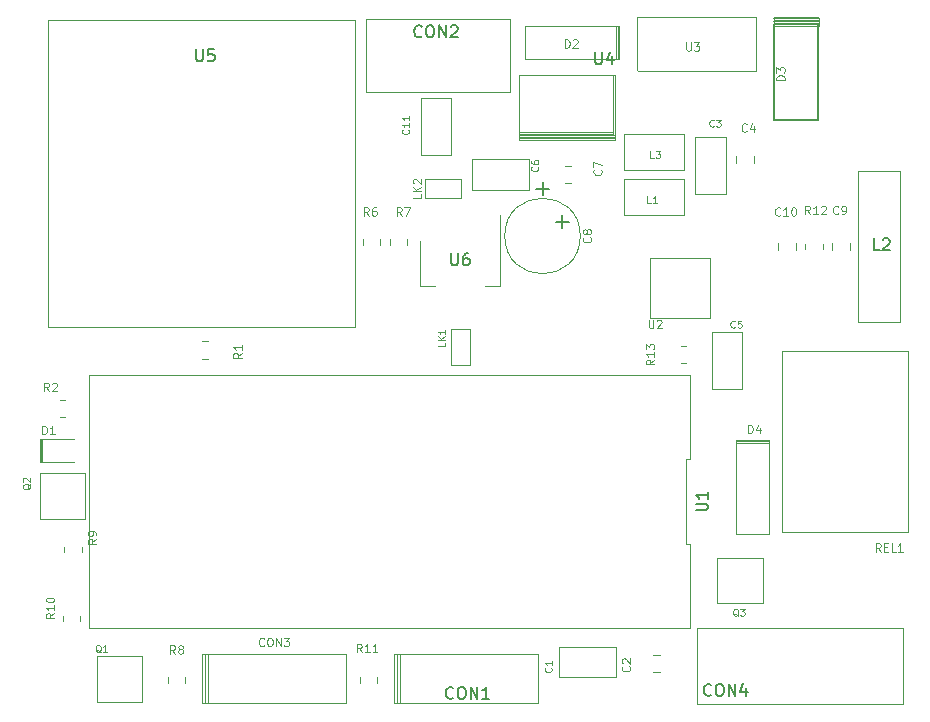
<source format=gto>
%TF.GenerationSoftware,KiCad,Pcbnew,(5.1.10)-1*%
%TF.CreationDate,2024-09-14T21:02:55+02:00*%
%TF.ProjectId,LightningDetector_V1_0,4c696768-746e-4696-9e67-446574656374,rev?*%
%TF.SameCoordinates,Original*%
%TF.FileFunction,Legend,Top*%
%TF.FilePolarity,Positive*%
%FSLAX46Y46*%
G04 Gerber Fmt 4.6, Leading zero omitted, Abs format (unit mm)*
G04 Created by KiCad (PCBNEW (5.1.10)-1) date 2024-09-14 21:02:55*
%MOMM*%
%LPD*%
G01*
G04 APERTURE LIST*
%ADD10C,0.120000*%
%ADD11C,0.140000*%
%ADD12C,0.200000*%
%ADD13C,0.080000*%
%ADD14C,0.150000*%
%ADD15C,0.100000*%
%ADD16C,0.060000*%
G04 APERTURE END LIST*
D10*
%TO.C,U5*%
X115351000Y-52451000D02*
X141351000Y-52451000D01*
X115351000Y-78451000D02*
X115351000Y-52451000D01*
X141351000Y-78451000D02*
X115351000Y-78451000D01*
X141351000Y-52451000D02*
X141351000Y-78451000D01*
%TO.C,D3*%
X176784000Y-52324000D02*
X176784000Y-52959000D01*
X180594000Y-52324000D02*
X180594000Y-52959000D01*
D11*
X180594000Y-52832000D02*
X176784000Y-52832000D01*
D10*
X176784000Y-52832000D02*
X176784000Y-52705000D01*
X176784000Y-52705000D02*
X180594000Y-52705000D01*
X180594000Y-52705000D02*
X180594000Y-52578000D01*
D11*
X180594000Y-52578000D02*
X176784000Y-52578000D01*
D10*
X176784000Y-52578000D02*
X176784000Y-52451000D01*
X176784000Y-52451000D02*
X180594000Y-52451000D01*
X180594000Y-52451000D02*
X180594000Y-52324000D01*
D11*
X180594000Y-52324000D02*
X176784000Y-52324000D01*
D10*
X180594000Y-52959000D02*
X176784000Y-52959000D01*
X180594000Y-52959000D02*
X176784000Y-52959000D01*
D11*
X180589000Y-52846000D02*
X180589000Y-60946000D01*
X180589000Y-60946000D02*
X176789000Y-60946000D01*
X176789000Y-60946000D02*
X176789000Y-52846000D01*
D10*
%TO.C,U4*%
X155194000Y-61976000D02*
X163195000Y-61976000D01*
X163195000Y-62103000D02*
X155194000Y-62103000D01*
X163322000Y-62230000D02*
X163322000Y-62611000D01*
X155194000Y-62230000D02*
X155194000Y-62611000D01*
X163322000Y-62611000D02*
X155194000Y-62611000D01*
X163322000Y-62484000D02*
X163322000Y-62611000D01*
X155194000Y-62484000D02*
X163322000Y-62484000D01*
X155194000Y-62357000D02*
X155194000Y-62484000D01*
X163322000Y-62357000D02*
X155194000Y-62357000D01*
X163322000Y-57150000D02*
X163068000Y-57150000D01*
X163195000Y-62230000D02*
X163322000Y-62230000D01*
X163322000Y-62230000D02*
X163322000Y-57150000D01*
X155194000Y-62230000D02*
X163195000Y-62230000D01*
X155194000Y-57150000D02*
X155194000Y-62230000D01*
X155321000Y-57150000D02*
X155194000Y-57150000D01*
X163195000Y-57150000D02*
X155321000Y-57150000D01*
X163195000Y-62230000D02*
X163195000Y-57150000D01*
D12*
%TO.C,C8*%
X158894780Y-68998240D02*
X158894780Y-70098240D01*
X159444780Y-69548240D02*
X158344780Y-69548240D01*
D10*
X160426000Y-70739000D02*
G75*
G03*
X160426000Y-70739000I-3200000J0D01*
G01*
D12*
X157776000Y-66739000D02*
X156676000Y-66739000D01*
X157226000Y-66189000D02*
X157226000Y-67289000D01*
D10*
%TO.C,U3*%
X165267000Y-52229000D02*
X165267000Y-56729000D01*
X175267000Y-56729000D02*
X175267000Y-52229000D01*
X165267000Y-52229000D02*
X175280320Y-52219860D01*
X165270180Y-56741060D02*
X175267620Y-56733440D01*
%TO.C,CON2*%
X142280640Y-52372260D02*
X142267940Y-58511440D01*
X154467560Y-52372260D02*
X142280640Y-52372260D01*
X154472640Y-58506360D02*
X154465020Y-52367180D01*
X154431240Y-58510860D02*
X142271240Y-58510860D01*
%TO.C,U2*%
X166306500Y-77660500D02*
X171386500Y-77660500D01*
X166306500Y-72580500D02*
X166306500Y-77660500D01*
X166370000Y-72580500D02*
X166306500Y-72580500D01*
X171386500Y-72580500D02*
X166370000Y-72580500D01*
X171386500Y-77660500D02*
X171386500Y-72580500D01*
%TO.C,C1*%
X158636000Y-105507000D02*
X163436000Y-105507000D01*
X163436000Y-105507000D02*
X163436000Y-108107000D01*
X163436000Y-108107000D02*
X158636000Y-108107000D01*
X158636000Y-108107000D02*
X158636000Y-105507000D01*
%TO.C,C2*%
X166616748Y-107669000D02*
X167139252Y-107669000D01*
X166616748Y-106199000D02*
X167139252Y-106199000D01*
%TO.C,C3*%
X172750000Y-62370000D02*
X172750000Y-67170000D01*
X172750000Y-67170000D02*
X170150000Y-67170000D01*
X170150000Y-67170000D02*
X170150000Y-62370000D01*
X170150000Y-62370000D02*
X172750000Y-62370000D01*
%TO.C,C4*%
X173636000Y-64523252D02*
X173636000Y-64000748D01*
X175106000Y-64523252D02*
X175106000Y-64000748D01*
%TO.C,C5*%
X171547000Y-78880000D02*
X174147000Y-78880000D01*
X171547000Y-83680000D02*
X171547000Y-78880000D01*
X174147000Y-83680000D02*
X171547000Y-83680000D01*
X174147000Y-78880000D02*
X174147000Y-83680000D01*
%TO.C,C6*%
X151270000Y-66832000D02*
X151270000Y-64232000D01*
X156070000Y-66832000D02*
X151270000Y-66832000D01*
X156070000Y-64232000D02*
X156070000Y-66832000D01*
X151270000Y-64232000D02*
X156070000Y-64232000D01*
%TO.C,C7*%
X159123748Y-66267000D02*
X159646252Y-66267000D01*
X159123748Y-64797000D02*
X159646252Y-64797000D01*
%TO.C,CON1*%
X156859000Y-110315000D02*
X144639000Y-110315000D01*
X156860240Y-106108500D02*
X144653000Y-106113580D01*
X144639000Y-110315000D02*
X144639000Y-106115000D01*
X156859000Y-110315000D02*
X156859000Y-106115000D01*
X144909000Y-110315000D02*
X144909000Y-106113580D01*
X145159000Y-110281720D02*
X145159000Y-106118660D01*
%TO.C,CON3*%
X128903000Y-110281720D02*
X128903000Y-106118660D01*
X128653000Y-110315000D02*
X128653000Y-106113580D01*
X140603000Y-110315000D02*
X140603000Y-106115000D01*
X128383000Y-110315000D02*
X128383000Y-106115000D01*
X140604240Y-106108500D02*
X128397000Y-106113580D01*
X140603000Y-110315000D02*
X128383000Y-110315000D01*
%TO.C,D1*%
X114649140Y-89865200D02*
X114649140Y-87932260D01*
X114701740Y-89849960D02*
X114701740Y-87940000D01*
X114882820Y-87942420D02*
X114882820Y-89809320D01*
X114799000Y-87942420D02*
X114786300Y-89837260D01*
X114717000Y-87940000D02*
X114717000Y-89860000D01*
X114717000Y-89860000D02*
X117577000Y-89860000D01*
X117577000Y-87940000D02*
X114717000Y-87940000D01*
%TO.C,D2*%
X163703000Y-52959000D02*
X163322000Y-52959000D01*
X163703000Y-55753000D02*
X163322000Y-55753000D01*
X163703000Y-52959000D02*
X163703000Y-55753000D01*
X163576000Y-55753000D02*
X163576000Y-52959000D01*
X163449000Y-52959000D02*
X163449000Y-55753000D01*
X155702000Y-52959000D02*
X163449000Y-52959000D01*
X155702000Y-53086000D02*
X155702000Y-52959000D01*
X155702000Y-55753000D02*
X155702000Y-53086000D01*
X163449000Y-55753000D02*
X155702000Y-55753000D01*
%TO.C,Q1*%
X123317000Y-110236000D02*
X119507000Y-110236000D01*
X123317000Y-106299000D02*
X123317000Y-110236000D01*
X119507000Y-106299000D02*
X123317000Y-106299000D01*
X119507000Y-110236000D02*
X119507000Y-106299000D01*
%TO.C,Q2*%
X114681000Y-94742000D02*
X114681000Y-90805000D01*
X114681000Y-90805000D02*
X118491000Y-90805000D01*
X118491000Y-90805000D02*
X118491000Y-94742000D01*
X118491000Y-94742000D02*
X114681000Y-94742000D01*
%TO.C,R1*%
X128878064Y-79656000D02*
X128423936Y-79656000D01*
X128878064Y-81126000D02*
X128423936Y-81126000D01*
%TO.C,R2*%
X116813064Y-86079000D02*
X116358936Y-86079000D01*
X116813064Y-84609000D02*
X116358936Y-84609000D01*
%TO.C,R6*%
X143483000Y-71019936D02*
X143483000Y-71474064D01*
X142013000Y-71019936D02*
X142013000Y-71474064D01*
%TO.C,R7*%
X144299000Y-71019936D02*
X144299000Y-71474064D01*
X145769000Y-71019936D02*
X145769000Y-71474064D01*
%TO.C,R8*%
X125503000Y-108103936D02*
X125503000Y-108558064D01*
X126973000Y-108103936D02*
X126973000Y-108558064D01*
%TO.C,R9*%
X118210000Y-97509064D02*
X118210000Y-97054936D01*
X116740000Y-97509064D02*
X116740000Y-97054936D01*
%TO.C,R10*%
X118083000Y-102896936D02*
X118083000Y-103351064D01*
X116613000Y-102896936D02*
X116613000Y-103351064D01*
%TO.C,R11*%
X141759000Y-108103936D02*
X141759000Y-108558064D01*
X143229000Y-108103936D02*
X143229000Y-108558064D01*
%TO.C,U1*%
X169752000Y-89654667D02*
X169752000Y-82528001D01*
X169392000Y-89654667D02*
X169752000Y-89654667D01*
X169392000Y-96781333D02*
X169392000Y-89654667D01*
X169752000Y-96781333D02*
X169392000Y-96781333D01*
X169752000Y-103908000D02*
X169752000Y-96781333D01*
X118792000Y-103907999D02*
X169752000Y-103908000D01*
X118792000Y-82528000D02*
X118792000Y-103907999D01*
X169752000Y-82528001D02*
X118792000Y-82528000D01*
%TO.C,L2*%
X183959500Y-65278000D02*
X183959500Y-78041500D01*
X183959500Y-78041500D02*
X187452000Y-78041500D01*
X187452000Y-78041500D02*
X187452000Y-65278000D01*
X187452000Y-65278000D02*
X183959500Y-65278000D01*
D13*
%TO.C,LK1*%
X149479000Y-78613000D02*
X151066500Y-78613000D01*
X149479000Y-81661000D02*
X149479000Y-78613000D01*
X151066500Y-81661000D02*
X149479000Y-81661000D01*
X151066500Y-78613000D02*
X151066500Y-81661000D01*
D10*
%TO.C,C9*%
X183234000Y-71889252D02*
X183234000Y-71366748D01*
X181764000Y-71889252D02*
X181764000Y-71366748D01*
%TO.C,R12*%
X179478000Y-71855064D02*
X179478000Y-71400936D01*
X180948000Y-71855064D02*
X180948000Y-71400936D01*
%TO.C,R13*%
X168936936Y-81507000D02*
X169391064Y-81507000D01*
X168936936Y-80037000D02*
X169391064Y-80037000D01*
%TO.C,C10*%
X178662000Y-71889252D02*
X178662000Y-71366748D01*
X177192000Y-71889252D02*
X177192000Y-71366748D01*
%TO.C,C11*%
X149509000Y-63868000D02*
X146909000Y-63868000D01*
X149509000Y-59068000D02*
X149509000Y-63868000D01*
X146909000Y-59068000D02*
X149509000Y-59068000D01*
X146909000Y-63868000D02*
X146909000Y-59068000D01*
%TO.C,CON4*%
X170294300Y-103945000D02*
X170294300Y-110373160D01*
X170309540Y-110360460D02*
X187726320Y-110360460D01*
X187726320Y-110355380D02*
X187726320Y-103921560D01*
X187726320Y-103916480D02*
X170294300Y-103913940D01*
%TO.C,D4*%
X173609000Y-88011000D02*
X173609000Y-88392000D01*
X176403000Y-88011000D02*
X176403000Y-88392000D01*
X173609000Y-88011000D02*
X176403000Y-88011000D01*
X176403000Y-88138000D02*
X173609000Y-88138000D01*
X173609000Y-88265000D02*
X176403000Y-88265000D01*
X173609000Y-96012000D02*
X173609000Y-88265000D01*
X173736000Y-96012000D02*
X173609000Y-96012000D01*
X176403000Y-96012000D02*
X173736000Y-96012000D01*
X176403000Y-88265000D02*
X176403000Y-96012000D01*
%TO.C,L1*%
X164084000Y-65913000D02*
X169164000Y-65913000D01*
X169164000Y-65913000D02*
X169164000Y-68961000D01*
X169164000Y-68961000D02*
X164084000Y-68961000D01*
X164084000Y-68961000D02*
X164084000Y-65913000D01*
%TO.C,L3*%
X164084000Y-65151000D02*
X164084000Y-62103000D01*
X169164000Y-65151000D02*
X164084000Y-65151000D01*
X169164000Y-62103000D02*
X169164000Y-65151000D01*
X164084000Y-62103000D02*
X169164000Y-62103000D01*
D13*
%TO.C,LK2*%
X147256500Y-65900300D02*
X150304500Y-65900300D01*
X150304500Y-65900300D02*
X150304500Y-67487800D01*
X150304500Y-67487800D02*
X147256500Y-67487800D01*
X147256500Y-67487800D02*
X147256500Y-65900300D01*
D10*
%TO.C,Q3*%
X171958000Y-98044000D02*
X175895000Y-98044000D01*
X175895000Y-98044000D02*
X175895000Y-101854000D01*
X175895000Y-101854000D02*
X171958000Y-101854000D01*
X171958000Y-101854000D02*
X171958000Y-98044000D01*
%TO.C,REL1*%
X188150500Y-80454500D02*
X177482500Y-80454500D01*
X188150500Y-95758000D02*
X188150500Y-80518000D01*
X177482500Y-95821500D02*
X188150500Y-95821500D01*
X177482500Y-80454500D02*
X177482500Y-95821500D01*
%TO.C,U6*%
X146831000Y-74935000D02*
X148091000Y-74935000D01*
X153651000Y-74935000D02*
X152391000Y-74935000D01*
X146831000Y-71175000D02*
X146831000Y-74935000D01*
X153651000Y-68925000D02*
X153651000Y-74935000D01*
%TO.C,U5*%
D14*
X127889095Y-54951380D02*
X127889095Y-55760904D01*
X127936714Y-55856142D01*
X127984333Y-55903761D01*
X128079571Y-55951380D01*
X128270047Y-55951380D01*
X128365285Y-55903761D01*
X128412904Y-55856142D01*
X128460523Y-55760904D01*
X128460523Y-54951380D01*
X129412904Y-54951380D02*
X128936714Y-54951380D01*
X128889095Y-55427571D01*
X128936714Y-55379952D01*
X129031952Y-55332333D01*
X129270047Y-55332333D01*
X129365285Y-55379952D01*
X129412904Y-55427571D01*
X129460523Y-55522809D01*
X129460523Y-55760904D01*
X129412904Y-55856142D01*
X129365285Y-55903761D01*
X129270047Y-55951380D01*
X129031952Y-55951380D01*
X128936714Y-55903761D01*
X128889095Y-55856142D01*
%TO.C,D3*%
D15*
X177735666Y-57539666D02*
X177035666Y-57539666D01*
X177035666Y-57373000D01*
X177069000Y-57273000D01*
X177135666Y-57206333D01*
X177202333Y-57173000D01*
X177335666Y-57139666D01*
X177435666Y-57139666D01*
X177569000Y-57173000D01*
X177635666Y-57206333D01*
X177702333Y-57273000D01*
X177735666Y-57373000D01*
X177735666Y-57539666D01*
X177035666Y-56906333D02*
X177035666Y-56473000D01*
X177302333Y-56706333D01*
X177302333Y-56606333D01*
X177335666Y-56539666D01*
X177369000Y-56506333D01*
X177435666Y-56473000D01*
X177602333Y-56473000D01*
X177669000Y-56506333D01*
X177702333Y-56539666D01*
X177735666Y-56606333D01*
X177735666Y-56806333D01*
X177702333Y-56873000D01*
X177669000Y-56906333D01*
%TO.C,U4*%
D14*
X161671095Y-55205380D02*
X161671095Y-56014904D01*
X161718714Y-56110142D01*
X161766333Y-56157761D01*
X161861571Y-56205380D01*
X162052047Y-56205380D01*
X162147285Y-56157761D01*
X162194904Y-56110142D01*
X162242523Y-56014904D01*
X162242523Y-55205380D01*
X163147285Y-55538714D02*
X163147285Y-56205380D01*
X162909190Y-55157761D02*
X162671095Y-55872047D01*
X163290142Y-55872047D01*
%TO.C,C8*%
D15*
X161286000Y-70855666D02*
X161319333Y-70889000D01*
X161352666Y-70989000D01*
X161352666Y-71055666D01*
X161319333Y-71155666D01*
X161252666Y-71222333D01*
X161186000Y-71255666D01*
X161052666Y-71289000D01*
X160952666Y-71289000D01*
X160819333Y-71255666D01*
X160752666Y-71222333D01*
X160686000Y-71155666D01*
X160652666Y-71055666D01*
X160652666Y-70989000D01*
X160686000Y-70889000D01*
X160719333Y-70855666D01*
X160952666Y-70455666D02*
X160919333Y-70522333D01*
X160886000Y-70555666D01*
X160819333Y-70589000D01*
X160786000Y-70589000D01*
X160719333Y-70555666D01*
X160686000Y-70522333D01*
X160652666Y-70455666D01*
X160652666Y-70322333D01*
X160686000Y-70255666D01*
X160719333Y-70222333D01*
X160786000Y-70189000D01*
X160819333Y-70189000D01*
X160886000Y-70222333D01*
X160919333Y-70255666D01*
X160952666Y-70322333D01*
X160952666Y-70455666D01*
X160986000Y-70522333D01*
X161019333Y-70555666D01*
X161086000Y-70589000D01*
X161219333Y-70589000D01*
X161286000Y-70555666D01*
X161319333Y-70522333D01*
X161352666Y-70455666D01*
X161352666Y-70322333D01*
X161319333Y-70255666D01*
X161286000Y-70222333D01*
X161219333Y-70189000D01*
X161086000Y-70189000D01*
X161019333Y-70222333D01*
X160986000Y-70255666D01*
X160952666Y-70322333D01*
%TO.C,U3*%
X169392666Y-54353666D02*
X169392666Y-54920333D01*
X169426000Y-54987000D01*
X169459333Y-55020333D01*
X169526000Y-55053666D01*
X169659333Y-55053666D01*
X169726000Y-55020333D01*
X169759333Y-54987000D01*
X169792666Y-54920333D01*
X169792666Y-54353666D01*
X170059333Y-54353666D02*
X170492666Y-54353666D01*
X170259333Y-54620333D01*
X170359333Y-54620333D01*
X170426000Y-54653666D01*
X170459333Y-54687000D01*
X170492666Y-54753666D01*
X170492666Y-54920333D01*
X170459333Y-54987000D01*
X170426000Y-55020333D01*
X170359333Y-55053666D01*
X170159333Y-55053666D01*
X170092666Y-55020333D01*
X170059333Y-54987000D01*
%TO.C,CON2*%
D14*
X146994714Y-53824142D02*
X146947095Y-53871761D01*
X146804238Y-53919380D01*
X146709000Y-53919380D01*
X146566142Y-53871761D01*
X146470904Y-53776523D01*
X146423285Y-53681285D01*
X146375666Y-53490809D01*
X146375666Y-53347952D01*
X146423285Y-53157476D01*
X146470904Y-53062238D01*
X146566142Y-52967000D01*
X146709000Y-52919380D01*
X146804238Y-52919380D01*
X146947095Y-52967000D01*
X146994714Y-53014619D01*
X147613761Y-52919380D02*
X147804238Y-52919380D01*
X147899476Y-52967000D01*
X147994714Y-53062238D01*
X148042333Y-53252714D01*
X148042333Y-53586047D01*
X147994714Y-53776523D01*
X147899476Y-53871761D01*
X147804238Y-53919380D01*
X147613761Y-53919380D01*
X147518523Y-53871761D01*
X147423285Y-53776523D01*
X147375666Y-53586047D01*
X147375666Y-53252714D01*
X147423285Y-53062238D01*
X147518523Y-52967000D01*
X147613761Y-52919380D01*
X148470904Y-53919380D02*
X148470904Y-52919380D01*
X149042333Y-53919380D01*
X149042333Y-52919380D01*
X149470904Y-53014619D02*
X149518523Y-52967000D01*
X149613761Y-52919380D01*
X149851857Y-52919380D01*
X149947095Y-52967000D01*
X149994714Y-53014619D01*
X150042333Y-53109857D01*
X150042333Y-53205095D01*
X149994714Y-53347952D01*
X149423285Y-53919380D01*
X150042333Y-53919380D01*
%TO.C,U2*%
D15*
X166217666Y-77848666D02*
X166217666Y-78415333D01*
X166251000Y-78482000D01*
X166284333Y-78515333D01*
X166351000Y-78548666D01*
X166484333Y-78548666D01*
X166551000Y-78515333D01*
X166584333Y-78482000D01*
X166617666Y-78415333D01*
X166617666Y-77848666D01*
X166917666Y-77915333D02*
X166951000Y-77882000D01*
X167017666Y-77848666D01*
X167184333Y-77848666D01*
X167251000Y-77882000D01*
X167284333Y-77915333D01*
X167317666Y-77982000D01*
X167317666Y-78048666D01*
X167284333Y-78148666D01*
X166884333Y-78548666D01*
X167317666Y-78548666D01*
%TO.C,C1*%
D13*
X157948285Y-107288000D02*
X157976857Y-107316571D01*
X158005428Y-107402285D01*
X158005428Y-107459428D01*
X157976857Y-107545142D01*
X157919714Y-107602285D01*
X157862571Y-107630857D01*
X157748285Y-107659428D01*
X157662571Y-107659428D01*
X157548285Y-107630857D01*
X157491142Y-107602285D01*
X157434000Y-107545142D01*
X157405428Y-107459428D01*
X157405428Y-107402285D01*
X157434000Y-107316571D01*
X157462571Y-107288000D01*
X158005428Y-106716571D02*
X158005428Y-107059428D01*
X158005428Y-106888000D02*
X157405428Y-106888000D01*
X157491142Y-106945142D01*
X157548285Y-107002285D01*
X157576857Y-107059428D01*
%TO.C,C2*%
D15*
X164588000Y-107177666D02*
X164621333Y-107211000D01*
X164654666Y-107311000D01*
X164654666Y-107377666D01*
X164621333Y-107477666D01*
X164554666Y-107544333D01*
X164488000Y-107577666D01*
X164354666Y-107611000D01*
X164254666Y-107611000D01*
X164121333Y-107577666D01*
X164054666Y-107544333D01*
X163988000Y-107477666D01*
X163954666Y-107377666D01*
X163954666Y-107311000D01*
X163988000Y-107211000D01*
X164021333Y-107177666D01*
X164021333Y-106911000D02*
X163988000Y-106877666D01*
X163954666Y-106811000D01*
X163954666Y-106644333D01*
X163988000Y-106577666D01*
X164021333Y-106544333D01*
X164088000Y-106511000D01*
X164154666Y-106511000D01*
X164254666Y-106544333D01*
X164654666Y-106944333D01*
X164654666Y-106511000D01*
%TO.C,C3*%
D13*
X171731000Y-61428285D02*
X171702428Y-61456857D01*
X171616714Y-61485428D01*
X171559571Y-61485428D01*
X171473857Y-61456857D01*
X171416714Y-61399714D01*
X171388142Y-61342571D01*
X171359571Y-61228285D01*
X171359571Y-61142571D01*
X171388142Y-61028285D01*
X171416714Y-60971142D01*
X171473857Y-60914000D01*
X171559571Y-60885428D01*
X171616714Y-60885428D01*
X171702428Y-60914000D01*
X171731000Y-60942571D01*
X171931000Y-60885428D02*
X172302428Y-60885428D01*
X172102428Y-61114000D01*
X172188142Y-61114000D01*
X172245285Y-61142571D01*
X172273857Y-61171142D01*
X172302428Y-61228285D01*
X172302428Y-61371142D01*
X172273857Y-61428285D01*
X172245285Y-61456857D01*
X172188142Y-61485428D01*
X172016714Y-61485428D01*
X171959571Y-61456857D01*
X171931000Y-61428285D01*
%TO.C,C4*%
D15*
X174508333Y-61845000D02*
X174475000Y-61878333D01*
X174375000Y-61911666D01*
X174308333Y-61911666D01*
X174208333Y-61878333D01*
X174141666Y-61811666D01*
X174108333Y-61745000D01*
X174075000Y-61611666D01*
X174075000Y-61511666D01*
X174108333Y-61378333D01*
X174141666Y-61311666D01*
X174208333Y-61245000D01*
X174308333Y-61211666D01*
X174375000Y-61211666D01*
X174475000Y-61245000D01*
X174508333Y-61278333D01*
X175108333Y-61445000D02*
X175108333Y-61911666D01*
X174941666Y-61178333D02*
X174775000Y-61678333D01*
X175208333Y-61678333D01*
%TO.C,C5*%
D13*
X173509000Y-78446285D02*
X173480428Y-78474857D01*
X173394714Y-78503428D01*
X173337571Y-78503428D01*
X173251857Y-78474857D01*
X173194714Y-78417714D01*
X173166142Y-78360571D01*
X173137571Y-78246285D01*
X173137571Y-78160571D01*
X173166142Y-78046285D01*
X173194714Y-77989142D01*
X173251857Y-77932000D01*
X173337571Y-77903428D01*
X173394714Y-77903428D01*
X173480428Y-77932000D01*
X173509000Y-77960571D01*
X174051857Y-77903428D02*
X173766142Y-77903428D01*
X173737571Y-78189142D01*
X173766142Y-78160571D01*
X173823285Y-78132000D01*
X173966142Y-78132000D01*
X174023285Y-78160571D01*
X174051857Y-78189142D01*
X174080428Y-78246285D01*
X174080428Y-78389142D01*
X174051857Y-78446285D01*
X174023285Y-78474857D01*
X173966142Y-78503428D01*
X173823285Y-78503428D01*
X173766142Y-78474857D01*
X173737571Y-78446285D01*
%TO.C,C6*%
X156805285Y-64870000D02*
X156833857Y-64898571D01*
X156862428Y-64984285D01*
X156862428Y-65041428D01*
X156833857Y-65127142D01*
X156776714Y-65184285D01*
X156719571Y-65212857D01*
X156605285Y-65241428D01*
X156519571Y-65241428D01*
X156405285Y-65212857D01*
X156348142Y-65184285D01*
X156291000Y-65127142D01*
X156262428Y-65041428D01*
X156262428Y-64984285D01*
X156291000Y-64898571D01*
X156319571Y-64870000D01*
X156262428Y-64355714D02*
X156262428Y-64470000D01*
X156291000Y-64527142D01*
X156319571Y-64555714D01*
X156405285Y-64612857D01*
X156519571Y-64641428D01*
X156748142Y-64641428D01*
X156805285Y-64612857D01*
X156833857Y-64584285D01*
X156862428Y-64527142D01*
X156862428Y-64412857D01*
X156833857Y-64355714D01*
X156805285Y-64327142D01*
X156748142Y-64298571D01*
X156605285Y-64298571D01*
X156548142Y-64327142D01*
X156519571Y-64355714D01*
X156491000Y-64412857D01*
X156491000Y-64527142D01*
X156519571Y-64584285D01*
X156548142Y-64612857D01*
X156605285Y-64641428D01*
%TO.C,C7*%
D15*
X162175000Y-65140666D02*
X162208333Y-65174000D01*
X162241666Y-65274000D01*
X162241666Y-65340666D01*
X162208333Y-65440666D01*
X162141666Y-65507333D01*
X162075000Y-65540666D01*
X161941666Y-65574000D01*
X161841666Y-65574000D01*
X161708333Y-65540666D01*
X161641666Y-65507333D01*
X161575000Y-65440666D01*
X161541666Y-65340666D01*
X161541666Y-65274000D01*
X161575000Y-65174000D01*
X161608333Y-65140666D01*
X161541666Y-64907333D02*
X161541666Y-64440666D01*
X162241666Y-64740666D01*
%TO.C,CON1*%
D14*
X149661714Y-109831142D02*
X149614095Y-109878761D01*
X149471238Y-109926380D01*
X149376000Y-109926380D01*
X149233142Y-109878761D01*
X149137904Y-109783523D01*
X149090285Y-109688285D01*
X149042666Y-109497809D01*
X149042666Y-109354952D01*
X149090285Y-109164476D01*
X149137904Y-109069238D01*
X149233142Y-108974000D01*
X149376000Y-108926380D01*
X149471238Y-108926380D01*
X149614095Y-108974000D01*
X149661714Y-109021619D01*
X150280761Y-108926380D02*
X150471238Y-108926380D01*
X150566476Y-108974000D01*
X150661714Y-109069238D01*
X150709333Y-109259714D01*
X150709333Y-109593047D01*
X150661714Y-109783523D01*
X150566476Y-109878761D01*
X150471238Y-109926380D01*
X150280761Y-109926380D01*
X150185523Y-109878761D01*
X150090285Y-109783523D01*
X150042666Y-109593047D01*
X150042666Y-109259714D01*
X150090285Y-109069238D01*
X150185523Y-108974000D01*
X150280761Y-108926380D01*
X151137904Y-109926380D02*
X151137904Y-108926380D01*
X151709333Y-109926380D01*
X151709333Y-108926380D01*
X152709333Y-109926380D02*
X152137904Y-109926380D01*
X152423619Y-109926380D02*
X152423619Y-108926380D01*
X152328380Y-109069238D01*
X152233142Y-109164476D01*
X152137904Y-109212095D01*
%TO.C,CON3*%
D15*
X133643000Y-105406000D02*
X133609666Y-105439333D01*
X133509666Y-105472666D01*
X133443000Y-105472666D01*
X133343000Y-105439333D01*
X133276333Y-105372666D01*
X133243000Y-105306000D01*
X133209666Y-105172666D01*
X133209666Y-105072666D01*
X133243000Y-104939333D01*
X133276333Y-104872666D01*
X133343000Y-104806000D01*
X133443000Y-104772666D01*
X133509666Y-104772666D01*
X133609666Y-104806000D01*
X133643000Y-104839333D01*
X134076333Y-104772666D02*
X134209666Y-104772666D01*
X134276333Y-104806000D01*
X134343000Y-104872666D01*
X134376333Y-105006000D01*
X134376333Y-105239333D01*
X134343000Y-105372666D01*
X134276333Y-105439333D01*
X134209666Y-105472666D01*
X134076333Y-105472666D01*
X134009666Y-105439333D01*
X133943000Y-105372666D01*
X133909666Y-105239333D01*
X133909666Y-105006000D01*
X133943000Y-104872666D01*
X134009666Y-104806000D01*
X134076333Y-104772666D01*
X134676333Y-105472666D02*
X134676333Y-104772666D01*
X135076333Y-105472666D01*
X135076333Y-104772666D01*
X135343000Y-104772666D02*
X135776333Y-104772666D01*
X135543000Y-105039333D01*
X135643000Y-105039333D01*
X135709666Y-105072666D01*
X135743000Y-105106000D01*
X135776333Y-105172666D01*
X135776333Y-105339333D01*
X135743000Y-105406000D01*
X135709666Y-105439333D01*
X135643000Y-105472666D01*
X135443000Y-105472666D01*
X135376333Y-105439333D01*
X135343000Y-105406000D01*
%TO.C,D1*%
X114869073Y-87525026D02*
X114869073Y-86825026D01*
X115035740Y-86825026D01*
X115135740Y-86858360D01*
X115202406Y-86925026D01*
X115235740Y-86991693D01*
X115269073Y-87125026D01*
X115269073Y-87225026D01*
X115235740Y-87358360D01*
X115202406Y-87425026D01*
X115135740Y-87491693D01*
X115035740Y-87525026D01*
X114869073Y-87525026D01*
X115935740Y-87525026D02*
X115535740Y-87525026D01*
X115735740Y-87525026D02*
X115735740Y-86825026D01*
X115669073Y-86925026D01*
X115602406Y-86991693D01*
X115535740Y-87025026D01*
%TO.C,D2*%
X159122333Y-54799666D02*
X159122333Y-54099666D01*
X159289000Y-54099666D01*
X159389000Y-54133000D01*
X159455666Y-54199666D01*
X159489000Y-54266333D01*
X159522333Y-54399666D01*
X159522333Y-54499666D01*
X159489000Y-54633000D01*
X159455666Y-54699666D01*
X159389000Y-54766333D01*
X159289000Y-54799666D01*
X159122333Y-54799666D01*
X159789000Y-54166333D02*
X159822333Y-54133000D01*
X159889000Y-54099666D01*
X160055666Y-54099666D01*
X160122333Y-54133000D01*
X160155666Y-54166333D01*
X160189000Y-54233000D01*
X160189000Y-54299666D01*
X160155666Y-54399666D01*
X159755666Y-54799666D01*
X160189000Y-54799666D01*
%TO.C,Q1*%
D13*
X119830857Y-105992571D02*
X119773714Y-105964000D01*
X119716571Y-105906857D01*
X119630857Y-105821142D01*
X119573714Y-105792571D01*
X119516571Y-105792571D01*
X119545142Y-105935428D02*
X119488000Y-105906857D01*
X119430857Y-105849714D01*
X119402285Y-105735428D01*
X119402285Y-105535428D01*
X119430857Y-105421142D01*
X119488000Y-105364000D01*
X119545142Y-105335428D01*
X119659428Y-105335428D01*
X119716571Y-105364000D01*
X119773714Y-105421142D01*
X119802285Y-105535428D01*
X119802285Y-105735428D01*
X119773714Y-105849714D01*
X119716571Y-105906857D01*
X119659428Y-105935428D01*
X119545142Y-105935428D01*
X120373714Y-105935428D02*
X120030857Y-105935428D01*
X120202285Y-105935428D02*
X120202285Y-105335428D01*
X120145142Y-105421142D01*
X120088000Y-105478285D01*
X120030857Y-105506857D01*
%TO.C,Q2*%
X113866571Y-91751142D02*
X113838000Y-91808285D01*
X113780857Y-91865428D01*
X113695142Y-91951142D01*
X113666571Y-92008285D01*
X113666571Y-92065428D01*
X113809428Y-92036857D02*
X113780857Y-92094000D01*
X113723714Y-92151142D01*
X113609428Y-92179714D01*
X113409428Y-92179714D01*
X113295142Y-92151142D01*
X113238000Y-92094000D01*
X113209428Y-92036857D01*
X113209428Y-91922571D01*
X113238000Y-91865428D01*
X113295142Y-91808285D01*
X113409428Y-91779714D01*
X113609428Y-91779714D01*
X113723714Y-91808285D01*
X113780857Y-91865428D01*
X113809428Y-91922571D01*
X113809428Y-92036857D01*
X113266571Y-91551142D02*
X113238000Y-91522571D01*
X113209428Y-91465428D01*
X113209428Y-91322571D01*
X113238000Y-91265428D01*
X113266571Y-91236857D01*
X113323714Y-91208285D01*
X113380857Y-91208285D01*
X113466571Y-91236857D01*
X113809428Y-91579714D01*
X113809428Y-91208285D01*
%TO.C,R1*%
D15*
X131761666Y-80634666D02*
X131428333Y-80868000D01*
X131761666Y-81034666D02*
X131061666Y-81034666D01*
X131061666Y-80768000D01*
X131095000Y-80701333D01*
X131128333Y-80668000D01*
X131195000Y-80634666D01*
X131295000Y-80634666D01*
X131361666Y-80668000D01*
X131395000Y-80701333D01*
X131428333Y-80768000D01*
X131428333Y-81034666D01*
X131761666Y-79968000D02*
X131761666Y-80368000D01*
X131761666Y-80168000D02*
X131061666Y-80168000D01*
X131161666Y-80234666D01*
X131228333Y-80301333D01*
X131261666Y-80368000D01*
%TO.C,R2*%
X115453333Y-83882666D02*
X115220000Y-83549333D01*
X115053333Y-83882666D02*
X115053333Y-83182666D01*
X115320000Y-83182666D01*
X115386666Y-83216000D01*
X115420000Y-83249333D01*
X115453333Y-83316000D01*
X115453333Y-83416000D01*
X115420000Y-83482666D01*
X115386666Y-83516000D01*
X115320000Y-83549333D01*
X115053333Y-83549333D01*
X115720000Y-83249333D02*
X115753333Y-83216000D01*
X115820000Y-83182666D01*
X115986666Y-83182666D01*
X116053333Y-83216000D01*
X116086666Y-83249333D01*
X116120000Y-83316000D01*
X116120000Y-83382666D01*
X116086666Y-83482666D01*
X115686666Y-83882666D01*
X116120000Y-83882666D01*
%TO.C,R6*%
X142504333Y-69023666D02*
X142271000Y-68690333D01*
X142104333Y-69023666D02*
X142104333Y-68323666D01*
X142371000Y-68323666D01*
X142437666Y-68357000D01*
X142471000Y-68390333D01*
X142504333Y-68457000D01*
X142504333Y-68557000D01*
X142471000Y-68623666D01*
X142437666Y-68657000D01*
X142371000Y-68690333D01*
X142104333Y-68690333D01*
X143104333Y-68323666D02*
X142971000Y-68323666D01*
X142904333Y-68357000D01*
X142871000Y-68390333D01*
X142804333Y-68490333D01*
X142771000Y-68623666D01*
X142771000Y-68890333D01*
X142804333Y-68957000D01*
X142837666Y-68990333D01*
X142904333Y-69023666D01*
X143037666Y-69023666D01*
X143104333Y-68990333D01*
X143137666Y-68957000D01*
X143171000Y-68890333D01*
X143171000Y-68723666D01*
X143137666Y-68657000D01*
X143104333Y-68623666D01*
X143037666Y-68590333D01*
X142904333Y-68590333D01*
X142837666Y-68623666D01*
X142804333Y-68657000D01*
X142771000Y-68723666D01*
%TO.C,R7*%
X145298333Y-69023666D02*
X145065000Y-68690333D01*
X144898333Y-69023666D02*
X144898333Y-68323666D01*
X145165000Y-68323666D01*
X145231666Y-68357000D01*
X145265000Y-68390333D01*
X145298333Y-68457000D01*
X145298333Y-68557000D01*
X145265000Y-68623666D01*
X145231666Y-68657000D01*
X145165000Y-68690333D01*
X144898333Y-68690333D01*
X145531666Y-68323666D02*
X145998333Y-68323666D01*
X145698333Y-69023666D01*
%TO.C,R8*%
X126121333Y-106107666D02*
X125888000Y-105774333D01*
X125721333Y-106107666D02*
X125721333Y-105407666D01*
X125988000Y-105407666D01*
X126054666Y-105441000D01*
X126088000Y-105474333D01*
X126121333Y-105541000D01*
X126121333Y-105641000D01*
X126088000Y-105707666D01*
X126054666Y-105741000D01*
X125988000Y-105774333D01*
X125721333Y-105774333D01*
X126521333Y-105707666D02*
X126454666Y-105674333D01*
X126421333Y-105641000D01*
X126388000Y-105574333D01*
X126388000Y-105541000D01*
X126421333Y-105474333D01*
X126454666Y-105441000D01*
X126521333Y-105407666D01*
X126654666Y-105407666D01*
X126721333Y-105441000D01*
X126754666Y-105474333D01*
X126788000Y-105541000D01*
X126788000Y-105574333D01*
X126754666Y-105641000D01*
X126721333Y-105674333D01*
X126654666Y-105707666D01*
X126521333Y-105707666D01*
X126454666Y-105741000D01*
X126421333Y-105774333D01*
X126388000Y-105841000D01*
X126388000Y-105974333D01*
X126421333Y-106041000D01*
X126454666Y-106074333D01*
X126521333Y-106107666D01*
X126654666Y-106107666D01*
X126721333Y-106074333D01*
X126754666Y-106041000D01*
X126788000Y-105974333D01*
X126788000Y-105841000D01*
X126754666Y-105774333D01*
X126721333Y-105741000D01*
X126654666Y-105707666D01*
%TO.C,R9*%
X119442666Y-96382666D02*
X119109333Y-96616000D01*
X119442666Y-96782666D02*
X118742666Y-96782666D01*
X118742666Y-96516000D01*
X118776000Y-96449333D01*
X118809333Y-96416000D01*
X118876000Y-96382666D01*
X118976000Y-96382666D01*
X119042666Y-96416000D01*
X119076000Y-96449333D01*
X119109333Y-96516000D01*
X119109333Y-96782666D01*
X119442666Y-96049333D02*
X119442666Y-95916000D01*
X119409333Y-95849333D01*
X119376000Y-95816000D01*
X119276000Y-95749333D01*
X119142666Y-95716000D01*
X118876000Y-95716000D01*
X118809333Y-95749333D01*
X118776000Y-95782666D01*
X118742666Y-95849333D01*
X118742666Y-95982666D01*
X118776000Y-96049333D01*
X118809333Y-96082666D01*
X118876000Y-96116000D01*
X119042666Y-96116000D01*
X119109333Y-96082666D01*
X119142666Y-96049333D01*
X119176000Y-95982666D01*
X119176000Y-95849333D01*
X119142666Y-95782666D01*
X119109333Y-95749333D01*
X119042666Y-95716000D01*
%TO.C,R10*%
X115886666Y-102685000D02*
X115553333Y-102918333D01*
X115886666Y-103085000D02*
X115186666Y-103085000D01*
X115186666Y-102818333D01*
X115220000Y-102751666D01*
X115253333Y-102718333D01*
X115320000Y-102685000D01*
X115420000Y-102685000D01*
X115486666Y-102718333D01*
X115520000Y-102751666D01*
X115553333Y-102818333D01*
X115553333Y-103085000D01*
X115886666Y-102018333D02*
X115886666Y-102418333D01*
X115886666Y-102218333D02*
X115186666Y-102218333D01*
X115286666Y-102285000D01*
X115353333Y-102351666D01*
X115386666Y-102418333D01*
X115186666Y-101585000D02*
X115186666Y-101518333D01*
X115220000Y-101451666D01*
X115253333Y-101418333D01*
X115320000Y-101385000D01*
X115453333Y-101351666D01*
X115620000Y-101351666D01*
X115753333Y-101385000D01*
X115820000Y-101418333D01*
X115853333Y-101451666D01*
X115886666Y-101518333D01*
X115886666Y-101585000D01*
X115853333Y-101651666D01*
X115820000Y-101685000D01*
X115753333Y-101718333D01*
X115620000Y-101751666D01*
X115453333Y-101751666D01*
X115320000Y-101718333D01*
X115253333Y-101685000D01*
X115220000Y-101651666D01*
X115186666Y-101585000D01*
%TO.C,R11*%
X141917000Y-105980666D02*
X141683666Y-105647333D01*
X141517000Y-105980666D02*
X141517000Y-105280666D01*
X141783666Y-105280666D01*
X141850333Y-105314000D01*
X141883666Y-105347333D01*
X141917000Y-105414000D01*
X141917000Y-105514000D01*
X141883666Y-105580666D01*
X141850333Y-105614000D01*
X141783666Y-105647333D01*
X141517000Y-105647333D01*
X142583666Y-105980666D02*
X142183666Y-105980666D01*
X142383666Y-105980666D02*
X142383666Y-105280666D01*
X142317000Y-105380666D01*
X142250333Y-105447333D01*
X142183666Y-105480666D01*
X143250333Y-105980666D02*
X142850333Y-105980666D01*
X143050333Y-105980666D02*
X143050333Y-105280666D01*
X142983666Y-105380666D01*
X142917000Y-105447333D01*
X142850333Y-105480666D01*
%TO.C,U1*%
D14*
X170204380Y-93979904D02*
X171013904Y-93979904D01*
X171109142Y-93932285D01*
X171156761Y-93884666D01*
X171204380Y-93789428D01*
X171204380Y-93598952D01*
X171156761Y-93503714D01*
X171109142Y-93456095D01*
X171013904Y-93408476D01*
X170204380Y-93408476D01*
X171204380Y-92408476D02*
X171204380Y-92979904D01*
X171204380Y-92694190D02*
X170204380Y-92694190D01*
X170347238Y-92789428D01*
X170442476Y-92884666D01*
X170490095Y-92979904D01*
%TO.C,L2*%
X185761333Y-71953380D02*
X185285142Y-71953380D01*
X185285142Y-70953380D01*
X186047047Y-71048619D02*
X186094666Y-71001000D01*
X186189904Y-70953380D01*
X186428000Y-70953380D01*
X186523238Y-71001000D01*
X186570857Y-71048619D01*
X186618476Y-71143857D01*
X186618476Y-71239095D01*
X186570857Y-71381952D01*
X185999428Y-71953380D01*
X186618476Y-71953380D01*
%TO.C,LK1*%
D16*
X148988428Y-79775000D02*
X148988428Y-80060714D01*
X148388428Y-80060714D01*
X148988428Y-79575000D02*
X148388428Y-79575000D01*
X148988428Y-79232142D02*
X148645571Y-79489285D01*
X148388428Y-79232142D02*
X148731285Y-79575000D01*
X148988428Y-78660714D02*
X148988428Y-79003571D01*
X148988428Y-78832142D02*
X148388428Y-78832142D01*
X148474142Y-78889285D01*
X148531285Y-78946428D01*
X148559857Y-79003571D01*
%TO.C,C9*%
D15*
X182255333Y-68830000D02*
X182222000Y-68863333D01*
X182122000Y-68896666D01*
X182055333Y-68896666D01*
X181955333Y-68863333D01*
X181888666Y-68796666D01*
X181855333Y-68730000D01*
X181822000Y-68596666D01*
X181822000Y-68496666D01*
X181855333Y-68363333D01*
X181888666Y-68296666D01*
X181955333Y-68230000D01*
X182055333Y-68196666D01*
X182122000Y-68196666D01*
X182222000Y-68230000D01*
X182255333Y-68263333D01*
X182588666Y-68896666D02*
X182722000Y-68896666D01*
X182788666Y-68863333D01*
X182822000Y-68830000D01*
X182888666Y-68730000D01*
X182922000Y-68596666D01*
X182922000Y-68330000D01*
X182888666Y-68263333D01*
X182855333Y-68230000D01*
X182788666Y-68196666D01*
X182655333Y-68196666D01*
X182588666Y-68230000D01*
X182555333Y-68263333D01*
X182522000Y-68330000D01*
X182522000Y-68496666D01*
X182555333Y-68563333D01*
X182588666Y-68596666D01*
X182655333Y-68630000D01*
X182788666Y-68630000D01*
X182855333Y-68596666D01*
X182888666Y-68563333D01*
X182922000Y-68496666D01*
%TO.C,R12*%
X179890000Y-68896666D02*
X179656666Y-68563333D01*
X179490000Y-68896666D02*
X179490000Y-68196666D01*
X179756666Y-68196666D01*
X179823333Y-68230000D01*
X179856666Y-68263333D01*
X179890000Y-68330000D01*
X179890000Y-68430000D01*
X179856666Y-68496666D01*
X179823333Y-68530000D01*
X179756666Y-68563333D01*
X179490000Y-68563333D01*
X180556666Y-68896666D02*
X180156666Y-68896666D01*
X180356666Y-68896666D02*
X180356666Y-68196666D01*
X180290000Y-68296666D01*
X180223333Y-68363333D01*
X180156666Y-68396666D01*
X180823333Y-68263333D02*
X180856666Y-68230000D01*
X180923333Y-68196666D01*
X181090000Y-68196666D01*
X181156666Y-68230000D01*
X181190000Y-68263333D01*
X181223333Y-68330000D01*
X181223333Y-68396666D01*
X181190000Y-68496666D01*
X180790000Y-68896666D01*
X181223333Y-68896666D01*
%TO.C,R13*%
X166686666Y-81222000D02*
X166353333Y-81455333D01*
X166686666Y-81622000D02*
X165986666Y-81622000D01*
X165986666Y-81355333D01*
X166020000Y-81288666D01*
X166053333Y-81255333D01*
X166120000Y-81222000D01*
X166220000Y-81222000D01*
X166286666Y-81255333D01*
X166320000Y-81288666D01*
X166353333Y-81355333D01*
X166353333Y-81622000D01*
X166686666Y-80555333D02*
X166686666Y-80955333D01*
X166686666Y-80755333D02*
X165986666Y-80755333D01*
X166086666Y-80822000D01*
X166153333Y-80888666D01*
X166186666Y-80955333D01*
X165986666Y-80322000D02*
X165986666Y-79888666D01*
X166253333Y-80122000D01*
X166253333Y-80022000D01*
X166286666Y-79955333D01*
X166320000Y-79922000D01*
X166386666Y-79888666D01*
X166553333Y-79888666D01*
X166620000Y-79922000D01*
X166653333Y-79955333D01*
X166686666Y-80022000D01*
X166686666Y-80222000D01*
X166653333Y-80288666D01*
X166620000Y-80322000D01*
%TO.C,C10*%
X177350000Y-68957000D02*
X177316666Y-68990333D01*
X177216666Y-69023666D01*
X177150000Y-69023666D01*
X177050000Y-68990333D01*
X176983333Y-68923666D01*
X176950000Y-68857000D01*
X176916666Y-68723666D01*
X176916666Y-68623666D01*
X176950000Y-68490333D01*
X176983333Y-68423666D01*
X177050000Y-68357000D01*
X177150000Y-68323666D01*
X177216666Y-68323666D01*
X177316666Y-68357000D01*
X177350000Y-68390333D01*
X178016666Y-69023666D02*
X177616666Y-69023666D01*
X177816666Y-69023666D02*
X177816666Y-68323666D01*
X177750000Y-68423666D01*
X177683333Y-68490333D01*
X177616666Y-68523666D01*
X178450000Y-68323666D02*
X178516666Y-68323666D01*
X178583333Y-68357000D01*
X178616666Y-68390333D01*
X178650000Y-68457000D01*
X178683333Y-68590333D01*
X178683333Y-68757000D01*
X178650000Y-68890333D01*
X178616666Y-68957000D01*
X178583333Y-68990333D01*
X178516666Y-69023666D01*
X178450000Y-69023666D01*
X178383333Y-68990333D01*
X178350000Y-68957000D01*
X178316666Y-68890333D01*
X178283333Y-68757000D01*
X178283333Y-68590333D01*
X178316666Y-68457000D01*
X178350000Y-68390333D01*
X178383333Y-68357000D01*
X178450000Y-68323666D01*
%TO.C,C11*%
D13*
X145869285Y-61726714D02*
X145897857Y-61755285D01*
X145926428Y-61841000D01*
X145926428Y-61898142D01*
X145897857Y-61983857D01*
X145840714Y-62041000D01*
X145783571Y-62069571D01*
X145669285Y-62098142D01*
X145583571Y-62098142D01*
X145469285Y-62069571D01*
X145412142Y-62041000D01*
X145355000Y-61983857D01*
X145326428Y-61898142D01*
X145326428Y-61841000D01*
X145355000Y-61755285D01*
X145383571Y-61726714D01*
X145926428Y-61155285D02*
X145926428Y-61498142D01*
X145926428Y-61326714D02*
X145326428Y-61326714D01*
X145412142Y-61383857D01*
X145469285Y-61441000D01*
X145497857Y-61498142D01*
X145926428Y-60583857D02*
X145926428Y-60926714D01*
X145926428Y-60755285D02*
X145326428Y-60755285D01*
X145412142Y-60812428D01*
X145469285Y-60869571D01*
X145497857Y-60926714D01*
%TO.C,CON4*%
D14*
X171505714Y-109577142D02*
X171458095Y-109624761D01*
X171315238Y-109672380D01*
X171220000Y-109672380D01*
X171077142Y-109624761D01*
X170981904Y-109529523D01*
X170934285Y-109434285D01*
X170886666Y-109243809D01*
X170886666Y-109100952D01*
X170934285Y-108910476D01*
X170981904Y-108815238D01*
X171077142Y-108720000D01*
X171220000Y-108672380D01*
X171315238Y-108672380D01*
X171458095Y-108720000D01*
X171505714Y-108767619D01*
X172124761Y-108672380D02*
X172315238Y-108672380D01*
X172410476Y-108720000D01*
X172505714Y-108815238D01*
X172553333Y-109005714D01*
X172553333Y-109339047D01*
X172505714Y-109529523D01*
X172410476Y-109624761D01*
X172315238Y-109672380D01*
X172124761Y-109672380D01*
X172029523Y-109624761D01*
X171934285Y-109529523D01*
X171886666Y-109339047D01*
X171886666Y-109005714D01*
X171934285Y-108815238D01*
X172029523Y-108720000D01*
X172124761Y-108672380D01*
X172981904Y-109672380D02*
X172981904Y-108672380D01*
X173553333Y-109672380D01*
X173553333Y-108672380D01*
X174458095Y-109005714D02*
X174458095Y-109672380D01*
X174220000Y-108624761D02*
X173981904Y-109339047D01*
X174600952Y-109339047D01*
%TO.C,D4*%
D15*
X174616333Y-87438666D02*
X174616333Y-86738666D01*
X174783000Y-86738666D01*
X174883000Y-86772000D01*
X174949666Y-86838666D01*
X174983000Y-86905333D01*
X175016333Y-87038666D01*
X175016333Y-87138666D01*
X174983000Y-87272000D01*
X174949666Y-87338666D01*
X174883000Y-87405333D01*
X174783000Y-87438666D01*
X174616333Y-87438666D01*
X175616333Y-86972000D02*
X175616333Y-87438666D01*
X175449666Y-86705333D02*
X175283000Y-87205333D01*
X175716333Y-87205333D01*
%TO.C,L1*%
D13*
X166397000Y-67962428D02*
X166111285Y-67962428D01*
X166111285Y-67362428D01*
X166911285Y-67962428D02*
X166568428Y-67962428D01*
X166739857Y-67962428D02*
X166739857Y-67362428D01*
X166682714Y-67448142D01*
X166625571Y-67505285D01*
X166568428Y-67533857D01*
%TO.C,L3*%
X166651000Y-64152428D02*
X166365285Y-64152428D01*
X166365285Y-63552428D01*
X166793857Y-63552428D02*
X167165285Y-63552428D01*
X166965285Y-63781000D01*
X167051000Y-63781000D01*
X167108142Y-63809571D01*
X167136714Y-63838142D01*
X167165285Y-63895285D01*
X167165285Y-64038142D01*
X167136714Y-64095285D01*
X167108142Y-64123857D01*
X167051000Y-64152428D01*
X166879571Y-64152428D01*
X166822428Y-64123857D01*
X166793857Y-64095285D01*
%TO.C,LK2*%
D15*
X146938166Y-67192466D02*
X146938166Y-67525800D01*
X146238166Y-67525800D01*
X146938166Y-66959133D02*
X146238166Y-66959133D01*
X146938166Y-66559133D02*
X146538166Y-66859133D01*
X146238166Y-66559133D02*
X146638166Y-66959133D01*
X146304833Y-66292466D02*
X146271500Y-66259133D01*
X146238166Y-66192466D01*
X146238166Y-66025800D01*
X146271500Y-65959133D01*
X146304833Y-65925800D01*
X146371500Y-65892466D01*
X146438166Y-65892466D01*
X146538166Y-65925800D01*
X146938166Y-66325800D01*
X146938166Y-65892466D01*
%TO.C,Q3*%
D13*
X173805857Y-102944571D02*
X173748714Y-102916000D01*
X173691571Y-102858857D01*
X173605857Y-102773142D01*
X173548714Y-102744571D01*
X173491571Y-102744571D01*
X173520142Y-102887428D02*
X173463000Y-102858857D01*
X173405857Y-102801714D01*
X173377285Y-102687428D01*
X173377285Y-102487428D01*
X173405857Y-102373142D01*
X173463000Y-102316000D01*
X173520142Y-102287428D01*
X173634428Y-102287428D01*
X173691571Y-102316000D01*
X173748714Y-102373142D01*
X173777285Y-102487428D01*
X173777285Y-102687428D01*
X173748714Y-102801714D01*
X173691571Y-102858857D01*
X173634428Y-102887428D01*
X173520142Y-102887428D01*
X173977285Y-102287428D02*
X174348714Y-102287428D01*
X174148714Y-102516000D01*
X174234428Y-102516000D01*
X174291571Y-102544571D01*
X174320142Y-102573142D01*
X174348714Y-102630285D01*
X174348714Y-102773142D01*
X174320142Y-102830285D01*
X174291571Y-102858857D01*
X174234428Y-102887428D01*
X174063000Y-102887428D01*
X174005857Y-102858857D01*
X173977285Y-102830285D01*
%TO.C,REL1*%
D15*
X185846333Y-97471666D02*
X185613000Y-97138333D01*
X185446333Y-97471666D02*
X185446333Y-96771666D01*
X185713000Y-96771666D01*
X185779666Y-96805000D01*
X185813000Y-96838333D01*
X185846333Y-96905000D01*
X185846333Y-97005000D01*
X185813000Y-97071666D01*
X185779666Y-97105000D01*
X185713000Y-97138333D01*
X185446333Y-97138333D01*
X186146333Y-97105000D02*
X186379666Y-97105000D01*
X186479666Y-97471666D02*
X186146333Y-97471666D01*
X186146333Y-96771666D01*
X186479666Y-96771666D01*
X187113000Y-97471666D02*
X186779666Y-97471666D01*
X186779666Y-96771666D01*
X187713000Y-97471666D02*
X187313000Y-97471666D01*
X187513000Y-97471666D02*
X187513000Y-96771666D01*
X187446333Y-96871666D01*
X187379666Y-96938333D01*
X187313000Y-96971666D01*
%TO.C,U6*%
D14*
X149479095Y-72223380D02*
X149479095Y-73032904D01*
X149526714Y-73128142D01*
X149574333Y-73175761D01*
X149669571Y-73223380D01*
X149860047Y-73223380D01*
X149955285Y-73175761D01*
X150002904Y-73128142D01*
X150050523Y-73032904D01*
X150050523Y-72223380D01*
X150955285Y-72223380D02*
X150764809Y-72223380D01*
X150669571Y-72271000D01*
X150621952Y-72318619D01*
X150526714Y-72461476D01*
X150479095Y-72651952D01*
X150479095Y-73032904D01*
X150526714Y-73128142D01*
X150574333Y-73175761D01*
X150669571Y-73223380D01*
X150860047Y-73223380D01*
X150955285Y-73175761D01*
X151002904Y-73128142D01*
X151050523Y-73032904D01*
X151050523Y-72794809D01*
X151002904Y-72699571D01*
X150955285Y-72651952D01*
X150860047Y-72604333D01*
X150669571Y-72604333D01*
X150574333Y-72651952D01*
X150526714Y-72699571D01*
X150479095Y-72794809D01*
%TD*%
M02*

</source>
